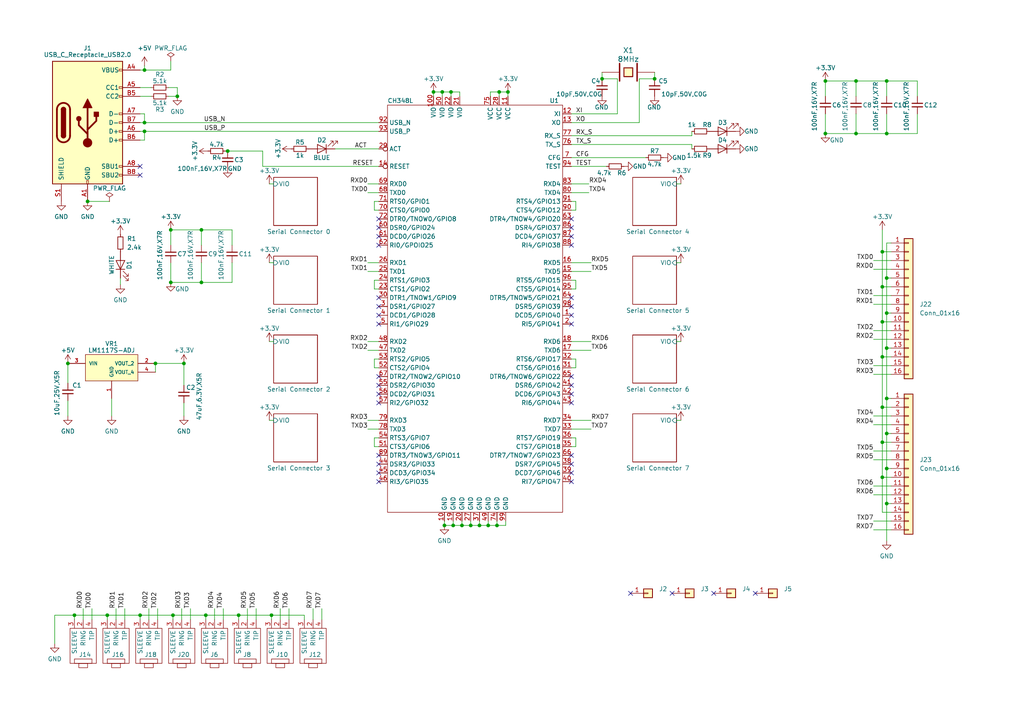
<source format=kicad_sch>
(kicad_sch (version 20211123) (generator eeschema)
  (paper "A4")
  (junction (at 49.53 81.915))
  (junction (at 257.175 23.495))
  (junction (at 49.53 66.675))
  (junction (at 141.605 152.4))
  (junction (at 174.625 22.86))
  (junction (at 248.285 38.735))
  (junction (at 58.42 66.675))
  (junction (at 144.78 26.67))
  (junction (at 21.59 178.435))
  (junction (at 40.64 178.435))
  (junction (at 128.27 26.67))
  (junction (at 19.685 105.41))
  (junction (at 257.175 115.57))
  (junction (at 69.215 178.435))
  (junction (at 239.395 23.495))
  (junction (at 255.905 93.345))
  (junction (at 257.175 38.735))
  (junction (at 45.085 105.41))
  (junction (at 257.175 135.89))
  (junction (at 41.91 20.32))
  (junction (at 41.91 35.56))
  (junction (at 25.4 58.42))
  (junction (at 66.04 43.815))
  (junction (at 125.73 26.67))
  (junction (at 41.91 38.1))
  (junction (at 257.175 100.965))
  (junction (at 248.285 23.495))
  (junction (at 133.985 152.4))
  (junction (at 131.445 152.4))
  (junction (at 189.865 22.86))
  (junction (at 139.065 152.4))
  (junction (at 257.175 90.805))
  (junction (at 78.74 178.435))
  (junction (at 255.905 73.025))
  (junction (at 51.435 27.94))
  (junction (at 257.175 146.05))
  (junction (at 136.525 152.4))
  (junction (at 255.905 128.27))
  (junction (at 147.32 26.67))
  (junction (at 144.145 152.4))
  (junction (at 255.905 138.43))
  (junction (at 50.165 178.435))
  (junction (at 257.175 80.645))
  (junction (at 239.395 38.735))
  (junction (at 255.905 103.505))
  (junction (at 130.81 26.67))
  (junction (at 257.175 125.73))
  (junction (at 255.905 83.185))
  (junction (at 31.115 178.435))
  (junction (at 59.69 178.435))
  (junction (at 53.34 105.41))
  (junction (at 255.905 118.11))
  (junction (at 128.905 152.4))
  (junction (at 58.42 81.915))
  (no_connect (at 109.855 132.08))
  (no_connect (at 109.855 71.12))
  (no_connect (at 165.735 116.84))
  (no_connect (at 219.075 172.085))
  (no_connect (at 109.855 68.58))
  (no_connect (at 165.735 86.36))
  (no_connect (at 109.855 109.22))
  (no_connect (at 40.64 48.26))
  (no_connect (at 165.735 137.16))
  (no_connect (at 109.855 86.36))
  (no_connect (at 40.64 50.8))
  (no_connect (at 165.735 114.3))
  (no_connect (at 109.855 88.9))
  (no_connect (at 165.735 88.9))
  (no_connect (at 165.735 71.12))
  (no_connect (at 182.88 172.085))
  (no_connect (at 109.855 66.04))
  (no_connect (at 165.735 91.44))
  (no_connect (at 165.735 63.5))
  (no_connect (at 165.735 93.98))
  (no_connect (at 165.735 134.62))
  (no_connect (at 109.855 137.16))
  (no_connect (at 109.855 139.7))
  (no_connect (at 165.735 109.22))
  (no_connect (at 109.855 111.76))
  (no_connect (at 194.945 172.085))
  (no_connect (at 165.735 132.08))
  (no_connect (at 109.855 93.98))
  (no_connect (at 109.855 134.62))
  (no_connect (at 165.735 68.58))
  (no_connect (at 165.735 66.04))
  (no_connect (at 109.855 63.5))
  (no_connect (at 165.735 111.76))
  (no_connect (at 165.735 139.7))
  (no_connect (at 207.01 172.085))
  (no_connect (at 109.855 116.84))
  (no_connect (at 109.855 114.3))
  (no_connect (at 109.855 91.44))
  (wire (pts (xy 165.735 48.26) (xy 175.895 48.26)))
  (wire (pts (xy 52.705 176.53) (xy 52.705 179.705)))
  (wire (pts (xy 93.345 176.53) (xy 93.345 179.705)))
  (wire (pts (xy 255.905 103.505) (xy 255.905 118.11)))
  (wire (pts (xy 25.4 58.42) (xy 31.75 58.42)))
  (wire (pts (xy 248.285 38.735) (xy 257.175 38.735)))
  (wire (pts (xy 144.78 26.67) (xy 144.78 27.94)))
  (wire (pts (xy 108.585 60.96) (xy 109.855 60.96)))
  (wire (pts (xy 62.23 176.53) (xy 62.23 179.705)))
  (wire (pts (xy 139.065 152.4) (xy 141.605 152.4)))
  (wire (pts (xy 253.365 108.585) (xy 258.445 108.585)))
  (wire (pts (xy 185.42 22.86) (xy 185.42 35.56)))
  (wire (pts (xy 257.175 80.645) (xy 257.175 90.805)))
  (wire (pts (xy 79.375 76.2) (xy 78.105 76.2)))
  (wire (pts (xy 255.905 73.025) (xy 258.445 73.025)))
  (wire (pts (xy 74.295 176.53) (xy 74.295 179.705)))
  (wire (pts (xy 189.865 22.86) (xy 185.42 22.86)))
  (wire (pts (xy 108.585 104.14) (xy 108.585 106.68)))
  (wire (pts (xy 66.04 43.815) (xy 76.2 43.815)))
  (wire (pts (xy 253.365 151.13) (xy 258.445 151.13)))
  (wire (pts (xy 36.195 176.53) (xy 36.195 179.705)))
  (wire (pts (xy 253.365 143.51) (xy 258.445 143.51)))
  (wire (pts (xy 165.735 124.46) (xy 171.45 124.46)))
  (wire (pts (xy 200.66 39.37) (xy 200.66 38.1)))
  (wire (pts (xy 24.13 176.53) (xy 24.13 179.705)))
  (wire (pts (xy 165.735 58.42) (xy 167.005 58.42)))
  (wire (pts (xy 109.855 127) (xy 108.585 127)))
  (wire (pts (xy 90.805 176.53) (xy 90.805 179.705)))
  (wire (pts (xy 146.685 152.4) (xy 146.685 151.13)))
  (wire (pts (xy 49.53 66.675) (xy 58.42 66.675)))
  (wire (pts (xy 45.085 105.41) (xy 45.085 107.95)))
  (wire (pts (xy 255.905 83.185) (xy 258.445 83.185)))
  (wire (pts (xy 257.175 135.89) (xy 257.175 146.05)))
  (wire (pts (xy 41.91 20.32) (xy 40.64 20.32)))
  (wire (pts (xy 48.895 27.94) (xy 51.435 27.94)))
  (wire (pts (xy 239.395 33.02) (xy 239.395 38.735)))
  (wire (pts (xy 19.685 105.41) (xy 19.685 111.125)))
  (wire (pts (xy 266.065 23.495) (xy 266.065 27.94)))
  (wire (pts (xy 78.74 178.435) (xy 78.74 179.705)))
  (wire (pts (xy 179.07 22.86) (xy 179.07 33.02)))
  (wire (pts (xy 109.855 101.6) (xy 106.68 101.6)))
  (wire (pts (xy 136.525 152.4) (xy 139.065 152.4)))
  (wire (pts (xy 257.175 23.495) (xy 257.175 27.94)))
  (wire (pts (xy 133.35 27.94) (xy 133.35 26.67)))
  (wire (pts (xy 147.32 26.67) (xy 147.32 27.94)))
  (wire (pts (xy 266.065 38.735) (xy 266.065 33.02)))
  (wire (pts (xy 200.66 41.91) (xy 200.66 43.18)))
  (wire (pts (xy 64.77 176.53) (xy 64.77 179.705)))
  (wire (pts (xy 255.905 128.27) (xy 255.905 138.43)))
  (wire (pts (xy 165.735 99.06) (xy 171.45 99.06)))
  (wire (pts (xy 179.07 33.02) (xy 165.735 33.02)))
  (wire (pts (xy 165.735 127) (xy 167.005 127)))
  (wire (pts (xy 40.64 178.435) (xy 31.115 178.435)))
  (wire (pts (xy 40.64 40.64) (xy 41.91 40.64)))
  (wire (pts (xy 53.34 105.41) (xy 53.34 111.76)))
  (wire (pts (xy 109.855 124.46) (xy 106.68 124.46)))
  (wire (pts (xy 255.905 93.345) (xy 255.905 103.505)))
  (wire (pts (xy 165.735 121.92) (xy 171.45 121.92)))
  (wire (pts (xy 40.64 25.4) (xy 43.815 25.4)))
  (wire (pts (xy 108.585 106.68) (xy 109.855 106.68)))
  (wire (pts (xy 41.91 33.02) (xy 41.91 35.56)))
  (wire (pts (xy 257.175 100.965) (xy 258.445 100.965)))
  (wire (pts (xy 51.435 25.4) (xy 51.435 27.94)))
  (wire (pts (xy 144.145 151.13) (xy 144.145 152.4)))
  (wire (pts (xy 130.81 26.67) (xy 130.81 27.94)))
  (wire (pts (xy 41.91 35.56) (xy 109.855 35.56)))
  (wire (pts (xy 109.855 99.06) (xy 106.68 99.06)))
  (wire (pts (xy 141.605 152.4) (xy 144.145 152.4)))
  (wire (pts (xy 133.985 151.13) (xy 133.985 152.4)))
  (wire (pts (xy 130.81 26.67) (xy 128.27 26.67)))
  (wire (pts (xy 109.855 81.28) (xy 108.585 81.28)))
  (wire (pts (xy 97.155 43.18) (xy 109.855 43.18)))
  (wire (pts (xy 53.34 116.84) (xy 53.34 120.65)))
  (wire (pts (xy 165.735 76.2) (xy 171.45 76.2)))
  (wire (pts (xy 33.655 176.53) (xy 33.655 179.705)))
  (wire (pts (xy 257.175 135.89) (xy 258.445 135.89)))
  (wire (pts (xy 32.385 115.57) (xy 32.385 120.65)))
  (wire (pts (xy 136.525 151.13) (xy 136.525 152.4)))
  (wire (pts (xy 255.905 73.025) (xy 255.905 83.185)))
  (wire (pts (xy 78.74 178.435) (xy 69.215 178.435)))
  (wire (pts (xy 185.42 35.56) (xy 165.735 35.56)))
  (wire (pts (xy 165.735 101.6) (xy 171.45 101.6)))
  (wire (pts (xy 257.175 80.645) (xy 258.445 80.645)))
  (wire (pts (xy 239.395 23.495) (xy 239.395 27.94)))
  (wire (pts (xy 40.64 38.1) (xy 41.91 38.1)))
  (wire (pts (xy 58.42 66.675) (xy 58.42 71.12)))
  (wire (pts (xy 167.005 104.14) (xy 167.005 106.68)))
  (wire (pts (xy 26.67 176.53) (xy 26.67 179.705)))
  (wire (pts (xy 255.905 128.27) (xy 258.445 128.27)))
  (wire (pts (xy 165.735 53.34) (xy 170.815 53.34)))
  (wire (pts (xy 257.175 146.05) (xy 257.175 156.845)))
  (wire (pts (xy 253.365 123.19) (xy 258.445 123.19)))
  (wire (pts (xy 67.31 81.915) (xy 67.31 76.2)))
  (wire (pts (xy 196.215 53.34) (xy 197.485 53.34)))
  (wire (pts (xy 165.735 106.68) (xy 167.005 106.68)))
  (wire (pts (xy 45.72 176.53) (xy 45.72 179.705)))
  (wire (pts (xy 88.265 178.435) (xy 78.74 178.435)))
  (wire (pts (xy 55.245 176.53) (xy 55.245 179.705)))
  (wire (pts (xy 144.78 26.67) (xy 147.32 26.67)))
  (wire (pts (xy 142.24 27.94) (xy 142.24 26.67)))
  (wire (pts (xy 257.175 125.73) (xy 257.175 135.89)))
  (wire (pts (xy 257.175 115.57) (xy 258.445 115.57)))
  (wire (pts (xy 49.53 20.32) (xy 49.53 17.78)))
  (wire (pts (xy 108.585 83.82) (xy 109.855 83.82)))
  (wire (pts (xy 253.365 130.81) (xy 258.445 130.81)))
  (wire (pts (xy 41.91 35.56) (xy 40.64 35.56)))
  (wire (pts (xy 174.625 20.955) (xy 174.625 22.86)))
  (wire (pts (xy 255.905 66.675) (xy 255.905 73.025)))
  (wire (pts (xy 125.73 26.67) (xy 125.73 27.94)))
  (wire (pts (xy 253.365 98.425) (xy 258.445 98.425)))
  (wire (pts (xy 253.365 88.265) (xy 258.445 88.265)))
  (wire (pts (xy 174.625 22.86) (xy 179.07 22.86)))
  (wire (pts (xy 133.985 152.4) (xy 136.525 152.4)))
  (wire (pts (xy 165.735 129.54) (xy 167.005 129.54)))
  (wire (pts (xy 79.375 121.92) (xy 78.105 121.92)))
  (wire (pts (xy 50.165 178.435) (xy 50.165 179.705)))
  (wire (pts (xy 76.2 43.815) (xy 76.2 48.26)))
  (wire (pts (xy 257.175 38.735) (xy 266.065 38.735)))
  (wire (pts (xy 253.365 153.67) (xy 258.445 153.67)))
  (wire (pts (xy 255.905 103.505) (xy 258.445 103.505)))
  (wire (pts (xy 109.855 53.34) (xy 106.68 53.34)))
  (wire (pts (xy 21.59 178.435) (xy 21.59 179.705)))
  (wire (pts (xy 49.53 81.915) (xy 58.42 81.915)))
  (wire (pts (xy 43.18 176.53) (xy 43.18 179.705)))
  (wire (pts (xy 108.585 81.28) (xy 108.585 83.82)))
  (wire (pts (xy 67.31 66.675) (xy 67.31 71.12)))
  (wire (pts (xy 128.905 152.4) (xy 131.445 152.4)))
  (wire (pts (xy 133.35 26.67) (xy 130.81 26.67)))
  (wire (pts (xy 40.64 27.94) (xy 43.815 27.94)))
  (wire (pts (xy 257.175 115.57) (xy 257.175 125.73)))
  (wire (pts (xy 239.395 23.495) (xy 248.285 23.495)))
  (wire (pts (xy 196.215 76.2) (xy 197.485 76.2)))
  (wire (pts (xy 45.085 105.41) (xy 53.34 105.41)))
  (wire (pts (xy 253.365 140.97) (xy 258.445 140.97)))
  (wire (pts (xy 109.855 78.74) (xy 106.68 78.74)))
  (wire (pts (xy 50.165 178.435) (xy 40.64 178.435)))
  (wire (pts (xy 109.855 55.88) (xy 106.68 55.88)))
  (wire (pts (xy 165.735 60.96) (xy 167.005 60.96)))
  (wire (pts (xy 41.91 20.32) (xy 49.53 20.32)))
  (wire (pts (xy 253.365 106.045) (xy 258.445 106.045)))
  (wire (pts (xy 59.69 178.435) (xy 59.69 179.705)))
  (wire (pts (xy 257.175 100.965) (xy 257.175 115.57)))
  (wire (pts (xy 257.175 90.805) (xy 258.445 90.805)))
  (wire (pts (xy 71.755 176.53) (xy 71.755 179.705)))
  (wire (pts (xy 58.42 76.2) (xy 58.42 81.915)))
  (wire (pts (xy 142.24 26.67) (xy 144.78 26.67)))
  (wire (pts (xy 253.365 78.105) (xy 258.445 78.105)))
  (wire (pts (xy 58.42 66.675) (xy 67.31 66.675)))
  (wire (pts (xy 108.585 129.54) (xy 109.855 129.54)))
  (wire (pts (xy 255.905 118.11) (xy 258.445 118.11)))
  (wire (pts (xy 76.2 48.26) (xy 109.855 48.26)))
  (wire (pts (xy 255.905 118.11) (xy 255.905 128.27)))
  (wire (pts (xy 165.735 83.82) (xy 167.005 83.82)))
  (wire (pts (xy 31.115 178.435) (xy 21.59 178.435)))
  (wire (pts (xy 48.895 25.4) (xy 51.435 25.4)))
  (wire (pts (xy 257.175 33.02) (xy 257.175 38.735)))
  (wire (pts (xy 40.64 33.02) (xy 41.91 33.02)))
  (wire (pts (xy 196.215 99.06) (xy 197.485 99.06)))
  (wire (pts (xy 41.91 38.1) (xy 41.91 40.64)))
  (wire (pts (xy 255.905 138.43) (xy 258.445 138.43)))
  (wire (pts (xy 257.175 90.805) (xy 257.175 100.965)))
  (wire (pts (xy 131.445 151.13) (xy 131.445 152.4)))
  (wire (pts (xy 258.445 70.485) (xy 257.175 70.485)))
  (wire (pts (xy 257.175 146.05) (xy 258.445 146.05)))
  (wire (pts (xy 65.405 43.815) (xy 66.04 43.815)))
  (wire (pts (xy 167.005 81.28) (xy 167.005 83.82)))
  (wire (pts (xy 165.735 55.88) (xy 170.815 55.88)))
  (wire (pts (xy 255.905 83.185) (xy 255.905 93.345)))
  (wire (pts (xy 79.375 99.06) (xy 78.105 99.06)))
  (wire (pts (xy 109.855 76.2) (xy 106.68 76.2)))
  (wire (pts (xy 255.905 93.345) (xy 258.445 93.345)))
  (wire (pts (xy 59.69 178.435) (xy 50.165 178.435)))
  (wire (pts (xy 253.365 75.565) (xy 258.445 75.565)))
  (wire (pts (xy 49.53 66.675) (xy 49.53 71.12)))
  (wire (pts (xy 58.42 81.915) (xy 67.31 81.915)))
  (wire (pts (xy 108.585 58.42) (xy 108.585 60.96)))
  (wire (pts (xy 41.91 38.1) (xy 109.855 38.1)))
  (wire (pts (xy 165.735 81.28) (xy 167.005 81.28)))
  (wire (pts (xy 49.53 76.2) (xy 49.53 81.915)))
  (wire (pts (xy 253.365 85.725) (xy 258.445 85.725)))
  (wire (pts (xy 141.605 151.13) (xy 141.605 152.4)))
  (wire (pts (xy 19.685 116.205) (xy 19.685 120.65)))
  (wire (pts (xy 83.82 176.53) (xy 83.82 179.705)))
  (wire (pts (xy 109.855 104.14) (xy 108.585 104.14)))
  (wire (pts (xy 109.855 58.42) (xy 108.585 58.42)))
  (wire (pts (xy 144.145 152.4) (xy 146.685 152.4)))
  (wire (pts (xy 69.215 178.435) (xy 59.69 178.435)))
  (wire (pts (xy 253.365 120.65) (xy 258.445 120.65)))
  (wire (pts (xy 88.265 179.705) (xy 88.265 178.435)))
  (wire (pts (xy 79.375 53.34) (xy 78.105 53.34)))
  (wire (pts (xy 165.735 39.37) (xy 200.66 39.37)))
  (wire (pts (xy 165.735 41.91) (xy 200.66 41.91)))
  (wire (pts (xy 165.735 78.74) (xy 171.45 78.74)))
  (wire (pts (xy 128.905 151.13) (xy 128.905 152.4)))
  (wire (pts (xy 131.445 152.4) (xy 133.985 152.4)))
  (wire (pts (xy 165.735 104.14) (xy 167.005 104.14)))
  (wire (pts (xy 253.365 95.885) (xy 258.445 95.885)))
  (wire (pts (xy 41.91 19.05) (xy 41.91 20.32)))
  (wire (pts (xy 257.175 125.73) (xy 258.445 125.73)))
  (wire (pts (xy 248.285 33.02) (xy 248.285 38.735)))
  (wire (pts (xy 167.005 127) (xy 167.005 129.54)))
  (wire (pts (xy 189.865 20.955) (xy 189.865 22.86)))
  (wire (pts (xy 167.005 58.42) (xy 167.005 60.96)))
  (wire (pts (xy 257.175 23.495) (xy 266.065 23.495)))
  (wire (pts (xy 139.065 151.13) (xy 139.065 152.4)))
  (wire (pts (xy 257.175 70.485) (xy 257.175 80.645)))
  (wire (pts (xy 255.905 138.43) (xy 255.905 148.59)))
  (wire (pts (xy 40.64 178.435) (xy 40.64 179.705)))
  (wire (pts (xy 255.905 148.59) (xy 258.445 148.59)))
  (wire (pts (xy 69.215 178.435) (xy 69.215 179.705)))
  (wire (pts (xy 196.215 121.92) (xy 197.485 121.92)))
  (wire (pts (xy 15.875 178.435) (xy 15.875 186.69)))
  (wire (pts (xy 81.28 176.53) (xy 81.28 179.705)))
  (wire (pts (xy 21.59 178.435) (xy 15.875 178.435)))
  (wire (pts (xy 34.925 80.645) (xy 34.925 82.55)))
  (wire (pts (xy 248.285 23.495) (xy 248.285 27.94)))
  (wire (pts (xy 31.115 178.435) (xy 31.115 179.705)))
  (wire (pts (xy 165.735 45.72) (xy 187.325 45.72)))
  (wire (pts (xy 253.365 133.35) (xy 258.445 133.35)))
  (wire (pts (xy 109.855 121.92) (xy 106.68 121.92)))
  (wire (pts (xy 128.27 26.67) (xy 128.27 27.94)))
  (wire (pts (xy 239.395 38.735) (xy 248.285 38.735)))
  (wire (pts (xy 248.285 23.495) (xy 257.175 23.495)))
  (wire (pts (xy 108.585 127) (xy 108.585 129.54)))
  (wire (pts (xy 128.27 26.67) (xy 125.73 26.67)))
  (label "TXD7" (at 171.45 124.46 0))
  (label "TEST" (at 167.005 48.26 0))
  (label "TXD1" (at 36.195 176.53 90))
  (label "RXD0" (at 253.365 78.105 180))
  (label "RXD1" (at 253.365 88.265 180))
  (label "RX_S" (at 167.005 39.37 0))
  (label "RXD5" (at 171.45 76.2 0))
  (label "RXD0" (at 24.13 176.53 90))
  (label "RXD2" (at 43.18 176.53 90))
  (label "RXD0" (at 106.68 53.34 180))
  (label "TXD3" (at 253.365 106.045 180))
  (label "RXD2" (at 253.365 98.425 180))
  (label "RXD6" (at 171.45 99.06 0))
  (label "TXD6" (at 253.365 140.97 180))
  (label "TXD0" (at 253.365 75.565 180))
  (label "TXD0" (at 26.67 176.53 90))
  (label "CFG" (at 167.005 45.72 0))
  (label "TXD4" (at 64.77 176.53 90))
  (label "RXD1" (at 33.655 176.53 90))
  (label "TXD7" (at 253.365 151.13 180))
  (label "RXD4" (at 253.365 123.19 180))
  (label "TXD4" (at 170.815 55.88 0))
  (label "ACT" (at 102.87 43.18 0))
  (label "TXD1" (at 253.365 85.725 180))
  (label "TXD6" (at 83.82 176.53 90))
  (label "XO" (at 167.005 35.56 0))
  (label "USB_P" (at 65.405 38.1 180))
  (label "RXD5" (at 71.755 176.53 90))
  (label "TXD4" (at 253.365 120.65 180))
  (label "TX_S" (at 167.005 41.91 0))
  (label "XI" (at 167.005 33.02 0))
  (label "TXD6" (at 171.45 101.6 0))
  (label "RESET" (at 102.235 48.26 0))
  (label "TXD0" (at 106.68 55.88 180))
  (label "RXD4" (at 62.23 176.53 90))
  (label "TXD2" (at 253.365 95.885 180))
  (label "TXD5" (at 253.365 130.81 180))
  (label "RXD6" (at 81.28 176.53 90))
  (label "RXD7" (at 253.365 153.67 180))
  (label "RXD3" (at 253.365 108.585 180))
  (label "RXD5" (at 253.365 133.35 180))
  (label "TXD5" (at 74.295 176.53 90))
  (label "TXD5" (at 171.45 78.74 0))
  (label "RXD6" (at 253.365 143.51 180))
  (label "RXD7" (at 171.45 121.92 0))
  (label "TXD3" (at 55.245 176.53 90))
  (label "USB_N" (at 65.405 35.56 180))
  (label "RXD1" (at 106.68 76.2 180))
  (label "TXD2" (at 106.68 101.6 180))
  (label "TXD3" (at 106.68 124.46 180))
  (label "TXD2" (at 45.72 176.53 90))
  (label "TXD7" (at 93.345 176.53 90))
  (label "RXD4" (at 170.815 53.34 0))
  (label "RXD3" (at 52.705 176.53 90))
  (label "TXD1" (at 106.68 78.74 180))
  (label "RXD3" (at 106.68 121.92 180))
  (label "RXD7" (at 90.805 176.53 90))
  (label "RXD2" (at 106.68 99.06 180))
  (symbol (lib_id "jlcpcb-basic-resistor-0402:4.7k") (at 178.435 48.26 270) (unit 1)
    (property "Reference" "R6" (at 180.34 50.165 90))
    (property "Value" "4.7k" (at 175.26 50.165 90))
    (property "Footprint" "tom-passives:R_0402_1005Metric" (effects hide))
    (property "Datasheet" "https://datasheet.lcsc.com/lcsc/2110260030_UNI-ROYAL-Uniroyal-Elec-0402WGF4701TCE_C25900.pdf" (effects hide))
    (property "LCSC" "C25900" (effects hide))
    (property "MFG" "UNI-ROYAL(Uniroyal Elec)" (effects hide))
    (property "MFGPN" "0402WGF4701TCE" (effects hide))
  )
  (symbol (lib_id "power:+3.3V") (at 84.455 43.18 90) (unit 1)
    (property "Reference" "#PWR018" (effects hide))
    (property "Value" "+3.3V" (at 80.645 43.18 0))
  )
  (symbol (lib_id "power:GND") (at 19.685 120.65 0) (unit 1)
    (property "Reference" "#PWR03" (effects hide))
    (property "Value" "GND" (at 19.685 125.095 0))
  )
  (symbol (lib_id "tom-passives:CRYSTAL") (at 182.245 20.955 0) (unit 1)
    (property "Reference" "X1" (at 182.245 14.605 0) (effects (font (size 1.524 1.524))))
    (property "Value" "8MHz" (at 182.245 17.145 0) (effects (font (size 1.524 1.524))))
    (property "Footprint" "tom-passives:Crystal_SMD_HC49-SD" (effects hide))
    (property "LCSC" "C12674" (effects hide))
  )
  (symbol (lib_id "tom-connectors:Conn_01x01") (at 224.155 172.085 0) (unit 1)
    (property "Reference" "J5" (at 227.33 170.8149 0) (effects (justify left)))
    (property "Value" "Conn_01x01" (effects hide))
    (property "Footprint" "tom-mechanical:MountingHole_3.2mm_M3_DIN965_Pad" (effects hide))
  )
  (symbol (lib_id "power:GND") (at 34.925 82.55 0) (unit 1)
    (property "Reference" "#PWR07" (effects hide))
    (property "Value" "GND" (at 34.925 86.995 0))
  )
  (symbol (lib_id "power:+3.3V") (at 197.485 53.34 0) (unit 1)
    (property "Reference" "#PWR017" (effects hide))
    (property "Value" "+3.3V" (at 197.485 49.53 0))
  )
  (symbol (lib_id "tom-connectors:Conn_01x16") (at 263.525 133.35 0) (unit 1)
    (property "Reference" "J23" (at 266.7 133.3499 0) (effects (justify left)))
    (property "Value" "Conn_01x16" (at 266.7 135.8899 0) (effects (justify left)))
    (property "Footprint" "tom-connectors:PinHeader_1x16_P2.54mm_Horizontal" (effects hide))
    (property "LCSC" "C725908" (effects hide))
  )
  (symbol (lib_id "power:GND") (at 25.4 58.42 0) (unit 1)
    (property "Reference" "#PWR04" (effects hide))
    (property "Value" "GND" (at 25.4 62.865 0))
  )
  (symbol (lib_id "tom-connectors:JLCPCB_3.5MM_SOCKET_C18166") (at 41.91 186.055 90) (unit 1)
    (property "Reference" "J18" (at 41.91 189.865 90) (effects (justify right)))
    (property "Value" "JLCPCB_3.5MM_SOCKET_C18166" (effects hide))
    (property "Footprint" "tom-connectors:JLCPCB_3.5MM_SOCKET_C18166" (effects hide))
    (property "Datasheet" "https://atta.szlcsc.com/upload/public/pdf/source/20211011/0B1C3F8D3B14DEB4B55195420484A083.pdf" (effects hide))
    (property "LCSC" "C18166" (effects hide))
    (property "MPN" "PJ-3200" (effects hide))
  )
  (symbol (lib_id "jlcpcb-basic-capacitor-0402:100nF,16V,X7R ") (at 239.395 30.48 0) (unit 1)
    (property "Reference" "C6" (at 241.3 30.48 0) (effects (justify left)))
    (property "Value" "100nF,16V,X7R " (at 236.22 38.1 90) (effects (justify left)))
    (property "Footprint" "tom-passives:C_0402_1005Metric" (effects hide))
    (property "Datasheet" "https://datasheet.lcsc.com/lcsc/1810191219_Samsung-Electro-Mechanics-CL05B104KO5NNNC_C1525.pdf" (effects hide))
    (property "LCSC" "C1525" (effects hide))
    (property "MFG" "Samsung Electro-Mechanics" (effects hide))
    (property "MFGPN" "CL05B104KO5NNNC" (effects hide))
  )
  (symbol (lib_id "tom-connectors:Conn_01x01") (at 200.025 172.085 0) (unit 1)
    (property "Reference" "J3" (at 203.2 170.8149 0) (effects (justify left)))
    (property "Value" "Conn_01x01" (effects hide))
    (property "Footprint" "tom-mechanical:MountingHole_3.2mm_M3_DIN965_Pad" (effects hide))
  )
  (symbol (lib_id "jlcpcb-basic-resistor-0402:5.1k") (at 46.355 27.94 270) (unit 1)
    (property "Reference" "R3" (at 46.355 31.75 90))
    (property "Value" "5.1k" (at 46.355 29.845 90))
    (property "Footprint" "tom-passives:R_0402_1005Metric" (effects hide))
    (property "Datasheet" "https://datasheet.lcsc.com/lcsc/2110260030_UNI-ROYAL-Uniroyal-Elec-0402WGF5101TCE_C25905.pdf" (effects hide))
    (property "LCSC" "C25905" (effects hide))
    (property "MFG" "UNI-ROYAL(Uniroyal Elec)" (effects hide))
    (property "MFGPN" "0402WGF5101TCE" (effects hide))
  )
  (symbol (lib_id "power:+3.3V") (at 239.395 23.495 0) (unit 1)
    (property "Reference" "#PWR029" (effects hide))
    (property "Value" "+3.3V" (at 239.395 19.685 0))
  )
  (symbol (lib_id "power:+3.3V") (at 60.325 43.815 90) (unit 1)
    (property "Reference" "#PWR012" (effects hide))
    (property "Value" "+3.3V" (at 56.515 43.815 0))
  )
  (symbol (lib_id "power:GND") (at 49.53 81.915 0) (unit 1)
    (property "Reference" "#PWR036" (effects hide))
    (property "Value" "GND" (at 50.8 83.82 0) (effects (justify left)))
  )
  (symbol (lib_id "jlcpcb-basic-capacitor-0402:10pF,50V,C0G ") (at 174.625 25.4 0) (unit 1)
    (property "Reference" "C4" (at 171.45 23.495 0) (effects (justify left)))
    (property "Value" "10pF,50V,C0G " (at 161.29 27.305 0) (effects (justify left)))
    (property "Footprint" "tom-passives:C_0402_1005Metric" (effects hide))
    (property "Datasheet" "https://datasheet.lcsc.com/lcsc/1810191220_Samsung-Electro-Mechanics-CL05C100JB5NNNC_C32949.pdf" (effects hide))
    (property "LCSC" "C32949" (effects hide))
    (property "MFG" "Samsung Electro-Mechanics" (effects hide))
    (property "MFGPN" "CL05C100JB5NNNC" (effects hide))
  )
  (symbol (lib_id "tom-opto:LED") (at 209.55 38.1 180) (unit 1)
    (property "Reference" "D3" (at 209.55 35.56 0))
    (property "Value" "YELLOW" (effects hide))
    (property "Footprint" "tom-opto:LED_0603_1608Metric" (effects hide))
    (property "LCSC" "C72038" (effects hide))
  )
  (symbol (lib_id "power:GND") (at 32.385 120.65 0) (unit 1)
    (property "Reference" "#PWR05" (effects hide))
    (property "Value" "GND" (at 32.385 125.095 0))
  )
  (symbol (lib_id "power:+3.3V") (at 78.105 76.2 0) (unit 1)
    (property "Reference" "#PWR015" (effects hide))
    (property "Value" "+3.3V" (at 78.105 72.39 0))
  )
  (symbol (lib_id "power:+3.3V") (at 197.485 76.2 0) (unit 1)
    (property "Reference" "#PWR026" (effects hide))
    (property "Value" "+3.3V" (at 197.485 72.39 0))
  )
  (symbol (lib_id "power:PWR_FLAG") (at 49.53 17.78 0) (unit 1)
    (property "Reference" "#FLG02" (effects hide))
    (property "Value" "PWR_FLAG" (at 49.53 13.97 0))
  )
  (symbol (lib_id "power:GND") (at 180.975 48.26 90) (unit 1)
    (property "Reference" "#PWR023" (effects hide))
    (property "Value" "GND" (at 183.515 48.26 90) (effects (justify right)))
  )
  (symbol (lib_id "jlcpcb-basic-resistor-0402:5.1k") (at 46.355 25.4 90) (unit 1)
    (property "Reference" "R2" (at 46.355 21.59 90))
    (property "Value" "5.1k" (at 46.355 23.495 90))
    (property "Footprint" "tom-passives:R_0402_1005Metric" (effects hide))
    (property "Datasheet" "https://datasheet.lcsc.com/lcsc/2110260030_UNI-ROYAL-Uniroyal-Elec-0402WGF5101TCE_C25905.pdf" (effects hide))
    (property "LCSC" "C25905" (effects hide))
    (property "MFG" "UNI-ROYAL(Uniroyal Elec)" (effects hide))
    (property "MFGPN" "0402WGF5101TCE" (effects hide))
  )
  (symbol (lib_id "tom-connectors:JLCPCB_3.5MM_SOCKET_C18166") (at 22.86 186.055 90) (unit 1)
    (property "Reference" "J14" (at 22.86 189.865 90) (effects (justify right)))
    (property "Value" "JLCPCB_3.5MM_SOCKET_C18166" (effects hide))
    (property "Footprint" "tom-connectors:JLCPCB_3.5MM_SOCKET_C18166" (effects hide))
    (property "Datasheet" "https://atta.szlcsc.com/upload/public/pdf/source/20211011/0B1C3F8D3B14DEB4B55195420484A083.pdf" (effects hide))
    (property "LCSC" "C18166" (effects hide))
    (property "MPN" "PJ-3200" (effects hide))
  )
  (symbol (lib_id "power:+3.3V") (at 147.32 26.67 0) (unit 1)
    (property "Reference" "#PWR021" (effects hide))
    (property "Value" "+3.3V" (at 147.32 22.86 0))
  )
  (symbol (lib_id "power:GND") (at 53.34 120.65 0) (unit 1)
    (property "Reference" "#PWR011" (effects hide))
    (property "Value" "GND" (at 53.34 125.095 0))
  )
  (symbol (lib_id "power:GND") (at 213.36 38.1 90) (unit 1)
    (property "Reference" "#PWR030" (effects hide))
    (property "Value" "GND" (at 215.9 38.1 90) (effects (justify right)))
  )
  (symbol (lib_id "tom-connectors:Conn_01x01") (at 187.96 172.085 0) (unit 1)
    (property "Reference" "J2" (at 191.135 170.8149 0) (effects (justify left)))
    (property "Value" "Conn_01x01" (effects hide))
    (property "Footprint" "tom-mechanical:MountingHole_3.2mm_M3_DIN965_Pad" (effects hide))
  )
  (symbol (lib_id "power:GND") (at 15.875 186.69 0) (unit 1)
    (property "Reference" "#PWR0104" (effects hide))
    (property "Value" "GND" (at 15.875 191.135 0))
  )
  (symbol (lib_id "jlcpcb-basic-resistor-0402:4.7k") (at 62.865 43.815 90) (unit 1)
    (property "Reference" "R4" (at 62.865 45.72 90))
    (property "Value" "4.7k" (at 62.865 41.91 90))
    (property "Footprint" "tom-passives:R_0402_1005Metric" (effects hide))
    (property "Datasheet" "https://datasheet.lcsc.com/lcsc/2110260030_UNI-ROYAL-Uniroyal-Elec-0402WGF4701TCE_C25900.pdf" (effects hide))
    (property "LCSC" "C25900" (effects hide))
    (property "MFG" "UNI-ROYAL(Uniroyal Elec)" (effects hide))
    (property "MFGPN" "0402WGF4701TCE" (effects hide))
  )
  (symbol (lib_id "jlcpcb-basic-capacitor-0402:100nF,16V,X7R ") (at 266.065 30.48 0) (unit 1)
    (property "Reference" "C12" (at 267.97 30.48 0) (effects (justify left)))
    (property "Value" "100nF,16V,X7R " (at 262.89 38.1 90) (effects (justify left)))
    (property "Footprint" "tom-passives:C_0402_1005Metric" (effects hide))
    (property "Datasheet" "https://datasheet.lcsc.com/lcsc/1810191219_Samsung-Electro-Mechanics-CL05B104KO5NNNC_C1525.pdf" (effects hide))
    (property "LCSC" "C1525" (effects hide))
    (property "MFG" "Samsung Electro-Mechanics" (effects hide))
    (property "MFGPN" "CL05B104KO5NNNC" (effects hide))
  )
  (symbol (lib_id "power:+3.3V") (at 78.105 99.06 0) (unit 1)
    (property "Reference" "#PWR016" (effects hide))
    (property "Value" "+3.3V" (at 78.105 95.25 0))
  )
  (symbol (lib_id "tom-connectors:JLCPCB_3.5MM_SOCKET_C18166") (at 70.485 186.055 90) (unit 1)
    (property "Reference" "J8" (at 70.485 189.865 90) (effects (justify right)))
    (property "Value" "JLCPCB_3.5MM_SOCKET_C18166" (effects hide))
    (property "Footprint" "tom-connectors:JLCPCB_3.5MM_SOCKET_C18166" (effects hide))
    (property "Datasheet" "https://atta.szlcsc.com/upload/public/pdf/source/20211011/0B1C3F8D3B14DEB4B55195420484A083.pdf" (effects hide))
    (property "LCSC" "C18166" (effects hide))
    (property "MPN" "PJ-3200" (effects hide))
  )
  (symbol (lib_id "power:+3.3V") (at 53.34 105.41 0) (unit 1)
    (property "Reference" "#PWR010" (effects hide))
    (property "Value" "+3.3V" (at 53.34 101.6 0))
  )
  (symbol (lib_id "power:+3.3V") (at 78.105 53.34 0) (unit 1)
    (property "Reference" "#PWR014" (effects hide))
    (property "Value" "+3.3V" (at 78.105 49.53 0))
  )
  (symbol (lib_id "power:GND") (at 128.905 152.4 0) (unit 1)
    (property "Reference" "#PWR020" (effects hide))
    (property "Value" "GND" (at 128.905 156.845 0))
  )
  (symbol (lib_id "tom-semiconductors:CH348L") (at 137.795 86.36 0) (unit 1)
    (property "Reference" "U1" (at 159.385 29.21 0) (effects (justify left)))
    (property "Value" "CH348L" (at 112.395 29.21 0) (effects (justify left)))
    (property "Footprint" "tom-semiconductors:LQFP-100_14x14mm_P0.5mm" (effects hide))
    (property "Datasheet" "http://www.wch-ic.com/downloads/CH348DS1_PDF.html" (effects hide))
    (property "LCSC" "C2979160" (effects hide))
  )
  (symbol (lib_id "power:GND") (at 66.04 48.895 0) (unit 1)
    (property "Reference" "#PWR013" (effects hide))
    (property "Value" "GND" (at 66.04 48.895 0) (effects (justify left)))
  )
  (symbol (lib_id "tom-connectors:Conn_01x16") (at 263.525 88.265 0) (unit 1)
    (property "Reference" "J22" (at 266.7 88.2649 0) (effects (justify left)))
    (property "Value" "Conn_01x16" (at 266.7 90.8049 0) (effects (justify left)))
    (property "Footprint" "tom-connectors:PinHeader_1x16_P2.54mm_Horizontal" (effects hide))
    (property "LCSC" "C725908" (effects hide))
  )
  (symbol (lib_id "tom-connectors:USB_C_Receptacle_USB2.0") (at 25.4 35.56 0) (unit 1)
    (property "Reference" "J1" (at 25.4 13.97 0))
    (property "Value" "USB_C_Receptacle_USB2.0" (at 25.4 15.875 0))
    (property "Footprint" "tom-connectors:USB_C_Receptacle_LCSC_C165948" (effects hide))
    (property "Datasheet" "https://www.usb.org/sites/default/files/documents/usb_type-c.zip" (effects hide))
    (property "LCSC" "C709357" (effects hide))
  )
  (symbol (lib_id "power:+3.3V") (at 197.485 99.06 0) (unit 1)
    (property "Reference" "#PWR027" (effects hide))
    (property "Value" "+3.3V" (at 197.485 95.25 0))
  )
  (symbol (lib_id "power:GND") (at 189.865 27.94 0) (unit 1)
    (property "Reference" "#PWR024" (effects hide))
    (property "Value" "GND" (at 191.77 31.115 0) (effects (justify right)))
  )
  (symbol (lib_id "tom-connectors:JLCPCB_3.5MM_SOCKET_C18166") (at 51.435 186.055 90) (unit 1)
    (property "Reference" "J20" (at 51.435 189.865 90) (effects (justify right)))
    (property "Value" "JLCPCB_3.5MM_SOCKET_C18166" (effects hide))
    (property "Footprint" "tom-connectors:JLCPCB_3.5MM_SOCKET_C18166" (effects hide))
    (property "Datasheet" "https://atta.szlcsc.com/upload/public/pdf/source/20211011/0B1C3F8D3B14DEB4B55195420484A083.pdf" (effects hide))
    (property "LCSC" "C18166" (effects hide))
    (property "MPN" "PJ-3200" (effects hide))
  )
  (symbol (lib_id "power:+3.3V") (at 125.73 26.67 0) (unit 1)
    (property "Reference" "#PWR0101" (effects hide))
    (property "Value" "+3.3V" (at 125.73 22.86 0))
  )
  (symbol (lib_id "jlcpcb-basic-capacitor-0402:100nF,16V,X7R ") (at 67.31 73.66 0) (unit 1)
    (property "Reference" "C11" (at 69.215 73.66 0) (effects (justify left)))
    (property "Value" "100nF,16V,X7R " (at 64.135 81.28 90) (effects (justify left)))
    (property "Footprint" "tom-passives:C_0402_1005Metric" (effects hide))
    (property "Datasheet" "https://datasheet.lcsc.com/lcsc/1810191219_Samsung-Electro-Mechanics-CL05B104KO5NNNC_C1525.pdf" (effects hide))
    (property "LCSC" "C1525" (effects hide))
    (property "MFG" "Samsung Electro-Mechanics" (effects hide))
    (property "MFGPN" "CL05B104KO5NNNC" (effects hide))
  )
  (symbol (lib_id "tom-opto:LED") (at 34.925 76.835 90) (unit 1)
    (property "Reference" "D1" (at 37.465 76.835 0))
    (property "Value" "WHITE" (at 32.385 76.835 0))
    (property "Footprint" "tom-opto:LED_0603_1608Metric" (effects hide))
    (property "LCSC" "C2290" (effects hide))
  )
  (symbol (lib_id "jlcpcb-basic-resistor-0402:1k") (at 203.2 38.1 90) (unit 1)
    (property "Reference" "R8" (at 205.105 36.195 90))
    (property "Value" "1k" (at 200.66 36.195 90))
    (property "Footprint" "tom-passives:R_0402_1005Metric" (effects hide))
    (property "Datasheet" "https://datasheet.lcsc.com/lcsc/2110251730_UNI-ROYAL-Uniroyal-Elec-0402WGF1001TCE_C11702.pdf" (effects hide))
    (property "LCSC" "C11702" (effects hide))
    (property "MFG" "UNI-ROYAL(Uniroyal Elec)" (effects hide))
    (property "MFGPN" "0402WGF1001TCE" (effects hide))
  )
  (symbol (lib_id "tom-connectors:JLCPCB_3.5MM_SOCKET_C18166") (at 80.01 186.055 90) (unit 1)
    (property "Reference" "J10" (at 80.01 189.865 90) (effects (justify right)))
    (property "Value" "JLCPCB_3.5MM_SOCKET_C18166" (effects hide))
    (property "Footprint" "tom-connectors:JLCPCB_3.5MM_SOCKET_C18166" (effects hide))
    (property "Datasheet" "https://atta.szlcsc.com/upload/public/pdf/source/20211011/0B1C3F8D3B14DEB4B55195420484A083.pdf" (effects hide))
    (property "LCSC" "C18166" (effects hide))
    (property "MPN" "PJ-3200" (effects hide))
  )
  (symbol (lib_id "power:GND") (at 174.625 27.94 0) (unit 1)
    (property "Reference" "#PWR022" (effects hide))
    (property "Value" "GND" (at 176.53 31.115 0) (effects (justify right)))
  )
  (symbol (lib_id "jlcpcb-basic-capacitor-0805:47uF,6.3V,X5R ") (at 53.34 114.3 0) (unit 1)
    (property "Reference" "C2" (at 53.975 112.395 0) (effects (justify left)))
    (property "Value" "47uF,6.3V,X5R " (at 57.785 121.92 90) (effects (justify left)))
    (property "Footprint" "tom-passives:C_0805_2012Metric" (effects hide))
    (property "Datasheet" "https://datasheet.lcsc.com/lcsc/1811091612_Samsung-Electro-Mechanics-CL21A476MQYNNNE_C16780.pdf" (effects hide))
    (property "LCSC" "C16780" (effects hide))
    (property "MFG" "Samsung Electro-Mechanics" (effects hide))
    (property "MFGPN" "CL21A476MQYNNNE" (effects hide))
  )
  (symbol (lib_id "jlcpcb-basic-capacitor-0402:100nF,16V,X7R ") (at 248.285 30.48 0) (unit 1)
    (property "Reference" "C8" (at 250.19 30.48 0) (effects (justify left)))
    (property "Value" "100nF,16V,X7R " (at 245.11 38.1 90) (effects (justify left)))
    (property "Footprint" "tom-passives:C_0402_1005Metric" (effects hide))
    (property "Datasheet" "https://datasheet.lcsc.com/lcsc/1810191219_Samsung-Electro-Mechanics-CL05B104KO5NNNC_C1525.pdf" (effects hide))
    (property "LCSC" "C1525" (effects hide))
    (property "MFG" "Samsung Electro-Mechanics" (effects hide))
    (property "MFGPN" "CL05B104KO5NNNC" (effects hide))
  )
  (symbol (lib_id "jlcpcb-basic-resistor-0402:4.7k") (at 189.865 45.72 270) (unit 1)
    (property "Reference" "R7" (at 189.865 43.815 90))
    (property "Value" "4.7k" (at 189.865 47.625 90))
    (property "Footprint" "tom-passives:R_0402_1005Metric" (effects hide))
    (property "Datasheet" "https://datasheet.lcsc.com/lcsc/2110260030_UNI-ROYAL-Uniroyal-Elec-0402WGF4701TCE_C25900.pdf" (effects hide))
    (property "LCSC" "C25900" (effects hide))
    (property "MFG" "UNI-ROYAL(Uniroyal Elec)" (effects hide))
    (property "MFGPN" "0402WGF4701TCE" (effects hide))
  )
  (symbol (lib_id "power:GND") (at 17.78 58.42 0) (unit 1)
    (property "Reference" "#PWR01" (effects hide))
    (property "Value" "GND" (at 17.78 62.865 0))
  )
  (symbol (lib_id "power:+3.3V") (at 255.905 66.675 0) (unit 1)
    (property "Reference" "#PWR032" (effects hide))
    (property "Value" "+3.3V" (at 255.905 62.865 0))
  )
  (symbol (lib_id "power:GND") (at 239.395 38.735 0) (unit 1)
    (property "Reference" "#PWR034" (effects hide))
    (property "Value" "GND" (at 240.665 40.64 0) (effects (justify left)))
  )
  (symbol (lib_id "tom-opto:LED") (at 93.345 43.18 180) (unit 1)
    (property "Reference" "D2" (at 93.345 40.64 0))
    (property "Value" "BLUE" (at 93.345 45.72 0))
    (property "Footprint" "tom-opto:LED_0603_1608Metric" (effects hide))
    (property "LCSC" "C72041" (effects hide))
  )
  (symbol (lib_id "jlcpcb-basic-resistor-0402:1k") (at 86.995 43.18 90) (unit 1)
    (property "Reference" "R5" (at 86.995 41.275 90))
    (property "Value" "1k" (at 86.995 45.085 90))
    (property "Footprint" "tom-passives:R_0402_1005Metric" (effects hide))
    (property "Datasheet" "https://datasheet.lcsc.com/lcsc/2110251730_UNI-ROYAL-Uniroyal-Elec-0402WGF1001TCE_C11702.pdf" (effects hide))
    (property "LCSC" "C11702" (effects hide))
    (property "MFG" "UNI-ROYAL(Uniroyal Elec)" (effects hide))
    (property "MFGPN" "0402WGF1001TCE" (effects hide))
  )
  (symbol (lib_id "power:GND") (at 192.405 45.72 90) (unit 1)
    (property "Reference" "#PWR025" (effects hide))
    (property "Value" "GND" (at 194.945 45.72 90) (effects (justify right)))
  )
  (symbol (lib_id "jlcpcb-basic-resistor-0402:2.4k") (at 34.925 70.485 0) (unit 1)
    (property "Reference" "R1" (at 36.83 69.2149 0) (effects (justify left)))
    (property "Value" "2.4k" (at 36.83 71.7549 0) (effects (justify left)))
    (property "Footprint" "R_0402_1005Metric" (effects hide))
    (property "Datasheet" "https://datasheet.lcsc.com/lcsc/2110260030_UNI-ROYAL-Uniroyal-Elec-0402WGF2401TCE_C25882.pdf" (effects hide))
    (property "LCSC" "C25882" (effects hide))
    (property "MFG" "UNI-ROYAL(Uniroyal Elec)" (effects hide))
    (property "MFGPN" "0402WGF2401TCE" (effects hide))
  )
  (symbol (lib_id "power:PWR_FLAG") (at 31.75 58.42 0) (unit 1)
    (property "Reference" "#FLG01" (effects hide))
    (property "Value" "PWR_FLAG" (at 31.75 54.61 0))
  )
  (symbol (lib_id "power:GND") (at 257.175 156.845 0) (unit 1)
    (property "Reference" "#PWR0102" (effects hide))
    (property "Value" "GND" (at 257.175 161.29 0))
  )
  (symbol (lib_id "tom-opto:LED") (at 209.55 43.18 180) (unit 1)
    (property "Reference" "D4" (at 209.55 40.64 0))
    (property "Value" "GREEN" (effects hide))
    (property "Footprint" "tom-opto:LED_0603_1608Metric" (effects hide))
    (property "LCSC" "C72043" (effects hide))
  )
  (symbol (lib_id "tom-connectors:JLCPCB_3.5MM_SOCKET_C18166") (at 60.96 186.055 90) (unit 1)
    (property "Reference" "J6" (at 60.96 189.865 90) (effects (justify right)))
    (property "Value" "JLCPCB_3.5MM_SOCKET_C18166" (effects hide))
    (property "Footprint" "tom-connectors:JLCPCB_3.5MM_SOCKET_C18166" (effects hide))
    (property "Datasheet" "https://atta.szlcsc.com/upload/public/pdf/source/20211011/0B1C3F8D3B14DEB4B55195420484A083.pdf" (effects hide))
    (property "LCSC" "C18166" (effects hide))
    (property "MPN" "PJ-3200" (effects hide))
  )
  (symbol (lib_id "tom-connectors:JLCPCB_3.5MM_SOCKET_C18166") (at 32.385 186.055 90) (unit 1)
    (property "Reference" "J16" (at 32.385 189.865 90) (effects (justify right)))
    (property "Value" "JLCPCB_3.5MM_SOCKET_C18166" (effects hide))
    (property "Footprint" "tom-connectors:JLCPCB_3.5MM_SOCKET_C18166" (effects hide))
    (property "Datasheet" "https://atta.szlcsc.com/upload/public/pdf/source/20211011/0B1C3F8D3B14DEB4B55195420484A083.pdf" (effects hide))
    (property "LCSC" "C18166" (effects hide))
    (property "MPN" "PJ-3200" (effects hide))
  )
  (symbol (lib_id "power:+3.3V") (at 34.925 67.945 0) (unit 1)
    (property "Reference" "#PWR06" (effects hide))
    (property "Value" "+3.3V" (at 34.925 64.135 0))
  )
  (symbol (lib_id "power:+3.3V") (at 78.105 121.92 0) (unit 1)
    (property "Reference" "#PWR037" (effects hide))
    (property "Value" "+3.3V" (at 78.105 118.11 0))
  )
  (symbol (lib_id "jlcpcb-basic-resistor-0402:1.5k") (at 203.2 43.18 270) (unit 1)
    (property "Reference" "R9" (at 205.105 45.085 90))
    (property "Value" "1.5k" (at 201.295 45.085 90))
    (property "Footprint" "R_0402_1005Metric" (effects hide))
    (property "Datasheet" "https://datasheet.lcsc.com/lcsc/2110260030_UNI-ROYAL-Uniroyal-Elec-0402WGF1501TCE_C25867.pdf" (effects hide))
    (property "LCSC" "C25867" (effects hide))
    (property "MFG" "UNI-ROYAL(Uniroyal Elec)" (effects hide))
    (property "MFGPN" "0402WGF1501TCE" (effects hide))
  )
  (symbol (lib_id "power:+3.3V") (at 197.485 121.92 0) (unit 1)
    (property "Reference" "#PWR028" (effects hide))
    (property "Value" "+3.3V" (at 197.485 118.11 0))
  )
  (symbol (lib_id "power:+3.3V") (at 49.53 66.675 0) (unit 1)
    (property "Reference" "#PWR035" (effects hide))
    (property "Value" "+3.3V" (at 49.53 62.865 0))
  )
  (symbol (lib_id "tom-semiconductors:LM1117MPX-3.3") (at 32.385 107.95 0) (unit 1)
    (property "Reference" "VR1" (at 32.385 99.695 0))
    (property "Value" "LM1117S-ADJ" (at 32.385 101.6 0))
    (property "Footprint" "tom-semiconductors:VREG_LM1117MPX-3.3" (effects hide))
    (property "LCSC" "C9662" (effects hide))
    (property "MAXIMUM_PACKAGE_HEIGHT" "1.80 mm" (effects hide))
    (property "STANDARD" "IPC-7351B" (effects hide))
    (property "PARTREV" "O" (effects hide))
    (property "MANUFACTURER" "Texas Instruments" (effects hide))
    (property "DIGIKEY" "296-41282-1-ND" (effects hide))
  )
  (symbol (lib_id "jlcpcb-basic-capacitor-0402:100nF,16V,X7R ") (at 66.04 46.355 0) (unit 1)
    (property "Reference" "C3" (at 67.945 46.355 0) (effects (justify left)))
    (property "Value" "100nF,16V,X7R " (at 51.435 48.895 0) (effects (justify left)))
    (property "Footprint" "tom-passives:C_0402_1005Metric" (effects hide))
    (property "Datasheet" "https://datasheet.lcsc.com/lcsc/1810191219_Samsung-Electro-Mechanics-CL05B104KO5NNNC_C1525.pdf" (effects hide))
    (property "LCSC" "C1525" (effects hide))
    (property "MFG" "Samsung Electro-Mechanics" (effects hide))
    (property "MFGPN" "CL05B104KO5NNNC" (effects hide))
  )
  (symbol (lib_id "jlcpcb-basic-capacitor-0402:10pF,50V,C0G ") (at 189.865 25.4 0) (mirror y) (unit 1)
    (property "Reference" "C5" (at 193.675 23.495 0) (effects (justify left)))
    (property "Value" "10pF,50V,C0G " (at 205.105 27.305 0) (effects (justify left)))
    (property "Footprint" "tom-passives:C_0402_1005Metric" (effects hide))
    (property "Datasheet" "https://datasheet.lcsc.com/lcsc/1810191220_Samsung-Electro-Mechanics-CL05C100JB5NNNC_C32949.pdf" (effects hide))
    (property "LCSC" "C32949" (effects hide))
    (property "MFG" "Samsung Electro-Mechanics" (effects hide))
    (property "MFGPN" "CL05C100JB5NNNC" (effects hide))
  )
  (symbol (lib_id "jlcpcb-basic-capacitor-0402:100nF,16V,X7R ") (at 58.42 73.66 0) (unit 1)
    (property "Reference" "C9" (at 60.325 73.66 0) (effects (justify left)))
    (property "Value" "100nF,16V,X7R " (at 55.245 81.28 90) (effects (justify left)))
    (property "Footprint" "tom-passives:C_0402_1005Metric" (effects hide))
    (property "Datasheet" "https://datasheet.lcsc.com/lcsc/1810191219_Samsung-Electro-Mechanics-CL05B104KO5NNNC_C1525.pdf" (effects hide))
    (property "LCSC" "C1525" (effects hide))
    (property "MFG" "Samsung Electro-Mechanics" (effects hide))
    (property "MFGPN" "CL05B104KO5NNNC" (effects hide))
  )
  (symbol (lib_id "jlcpcb-basic-capacitor-0402:100nF,16V,X7R ") (at 49.53 73.66 0) (unit 1)
    (property "Reference" "C7" (at 51.435 73.66 0) (effects (justify left)))
    (property "Value" "100nF,16V,X7R " (at 46.355 81.28 90) (effects (justify left)))
    (property "Footprint" "tom-passives:C_0402_1005Metric" (effects hide))
    (property "Datasheet" "https://datasheet.lcsc.com/lcsc/1810191219_Samsung-Electro-Mechanics-CL05B104KO5NNNC_C1525.pdf" (effects hide))
    (property "LCSC" "C1525" (effects hide))
    (property "MFG" "Samsung Electro-Mechanics" (effects hide))
    (property "MFGPN" "CL05B104KO5NNNC" (effects hide))
  )
  (symbol (lib_id "power:GND") (at 51.435 27.94 0) (unit 1)
    (property "Reference" "#PWR09" (effects hide))
    (property "Value" "GND" (at 51.435 32.385 0))
  )
  (symbol (lib_id "tom-connectors:JLCPCB_3.5MM_SOCKET_C18166") (at 89.535 186.055 90) (unit 1)
    (property "Reference" "J12" (at 89.535 189.865 90) (effects (justify right)))
    (property "Value" "JLCPCB_3.5MM_SOCKET_C18166" (effects hide))
    (property "Footprint" "tom-connectors:JLCPCB_3.5MM_SOCKET_C18166" (effects hide))
    (property "Datasheet" "https://atta.szlcsc.com/upload/public/pdf/source/20211011/0B1C3F8D3B14DEB4B55195420484A083.pdf" (effects hide))
    (property "LCSC" "C18166" (effects hide))
    (property "MPN" "PJ-3200" (effects hide))
  )
  (symbol (lib_id "power:GND") (at 213.36 43.18 90) (unit 1)
    (property "Reference" "#PWR031" (effects hide))
    (property "Value" "GND" (at 215.9 43.18 90) (effects (justify right)))
  )
  (symbol (lib_id "jlcpcb-basic-capacitor-0603:10uF,25V,X5R ") (at 19.685 113.665 0) (unit 1)
    (property "Reference" "C1" (at 20.955 111.76 0) (effects (justify left)))
    (property "Value" "10uF,25V,X5R " (at 16.51 120.65 90) (effects (justify left)))
    (property "Footprint" "tom-passives:C_0603_1608Metric" (effects hide))
    (property "Datasheet" "https://datasheet.lcsc.com/lcsc/1811110921_Samsung-Electro-Mechanics-CL10A106MA8NRNC_C96446.pdf" (effects hide))
    (property "LCSC" "C96446" (effects hide))
    (property "MFG" "Samsung Electro-Mechanics" (effects hide))
    (property "MFGPN" "CL10A106MA8NRNC" (effects hide))
  )
  (symbol (lib_id "power:+5V") (at 19.685 105.41 0) (unit 1)
    (property "Reference" "#PWR02" (effects hide))
    (property "Value" "+5V" (at 19.685 101.6 0))
  )
  (symbol (lib_id "jlcpcb-basic-capacitor-0402:100nF,16V,X7R ") (at 257.175 30.48 0) (unit 1)
    (property "Reference" "C10" (at 259.08 30.48 0) (effects (justify left)))
    (property "Value" "100nF,16V,X7R " (at 254 38.1 90) (effects (justify left)))
    (property "Footprint" "tom-passives:C_0402_1005Metric" (effects hide))
    (property "Datasheet" "https://datasheet.lcsc.com/lcsc/1810191219_Samsung-Electro-Mechanics-CL05B104KO5NNNC_C1525.pdf" (effects hide))
    (property "LCSC" "C1525" (effects hide))
    (property "MFG" "Samsung Electro-Mechanics" (effects hide))
    (property "MFGPN" "CL05B104KO5NNNC" (effects hide))
  )
  (symbol (lib_id "tom-connectors:Conn_01x01") (at 212.09 172.085 0) (unit 1)
    (property "Reference" "J4" (at 215.265 170.8149 0) (effects (justify left)))
    (property "Value" "Conn_01x01" (effects hide))
    (property "Footprint" "tom-mechanical:MountingHole_3.2mm_M3_DIN965_Pad" (effects hide))
  )
  (symbol (lib_id "power:+5V") (at 41.91 19.05 0) (unit 1)
    (property "Reference" "#PWR08" (effects hide))
    (property "Value" "+5V" (at 41.91 13.97 0))
  )
  (sheet (at 183.515 120.015) (size 12.7 13.97) (stroke (width 0.1524))
    (property "Sheet name" "Serial Connector 7" (at 181.61 136.525 0) (effects (justify left bottom)))
    (property "Sheet file" "serial-connectors.kicad_sch" (effects hide))
    (pin "VIO" input (at 196.215 121.92 0))
  )
  (sheet (at 79.375 120.015) (size 12.7 13.97) (stroke (width 0.1524))
    (property "Sheet name" "Serial Connector 3" (at 77.47 136.525 0) (effects (justify left bottom)))
    (property "Sheet file" "serial-connectors.kicad_sch" (effects hide))
    (pin "VIO" input (at 79.375 121.92 180))
  )
  (sheet (at 79.375 74.295) (size 12.7 13.97) (stroke (width 0.1524))
    (property "Sheet name" "Serial Connector 1" (at 77.47 90.805 0) (effects (justify left bottom)))
    (property "Sheet file" "serial-connectors.kicad_sch" (effects hide))
    (pin "VIO" input (at 79.375 76.2 180))
  )
  (sheet (at 79.375 97.155) (size 12.7 13.97) (stroke (width 0.1524))
    (property "Sheet name" "Serial Connector 2" (at 77.47 113.665 0) (effects (justify left bottom)))
    (property "Sheet file" "serial-connectors.kicad_sch" (effects hide))
    (pin "VIO" input (at 79.375 99.06 180))
  )
  (sheet (at 183.515 74.295) (size 12.7 13.97) (stroke (width 0.1524))
    (property "Sheet name" "Serial Connector 5" (at 181.61 90.805 0) (effects (justify left bottom)))
    (property "Sheet file" "serial-connectors.kicad_sch" (effects hide))
    (pin "VIO" input (at 196.215 76.2 0))
  )
  (sheet (at 183.515 51.435) (size 12.7 13.97) (stroke (width 0.1524))
    (property "Sheet name" "Serial Connector 4" (at 181.61 67.945 0) (effects (justify left bottom)))
    (property "Sheet file" "serial-connectors.kicad_sch" (effects hide))
    (pin "VIO" input (at 196.215 53.34 0))
  )
  (sheet (at 183.515 97.155) (size 12.7 13.97) (stroke (width 0.1524))
    (property "Sheet name" "Serial Connector 6" (at 181.61 113.665 0) (effects (justify left bottom)))
    (property "Sheet file" "serial-connectors.kicad_sch" (effects hide))
    (pin "VIO" input (at 196.215 99.06 0))
  )
  (sheet (at 79.375 51.435) (size 12.7 13.97) (stroke (width 0.1524))
    (property "Sheet name" "Serial Connector 0" (at 77.47 67.945 0) (effects (justify left bottom)))
    (property "Sheet file" "serial-connectors.kicad_sch" (effects hide))
    (pin "VIO" input (at 79.375 53.34 180))
  )
)
</source>
